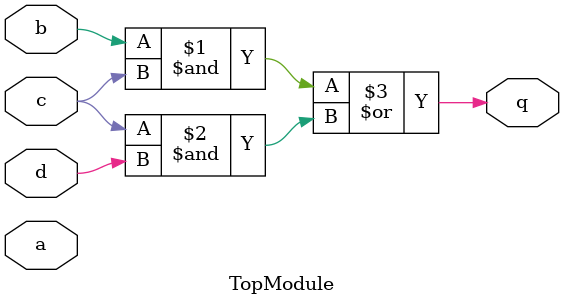
<source format=sv>
module TopModule (
    input wire a,  // 1-bit input
    input wire b,  // 1-bit input
    input wire c,  // 1-bit input
    input wire d,  // 1-bit input
    output wire q  // 1-bit output
);

    // Combinational logic for output q
    assign q = (b & c) | (c & d);

endmodule
</source>
